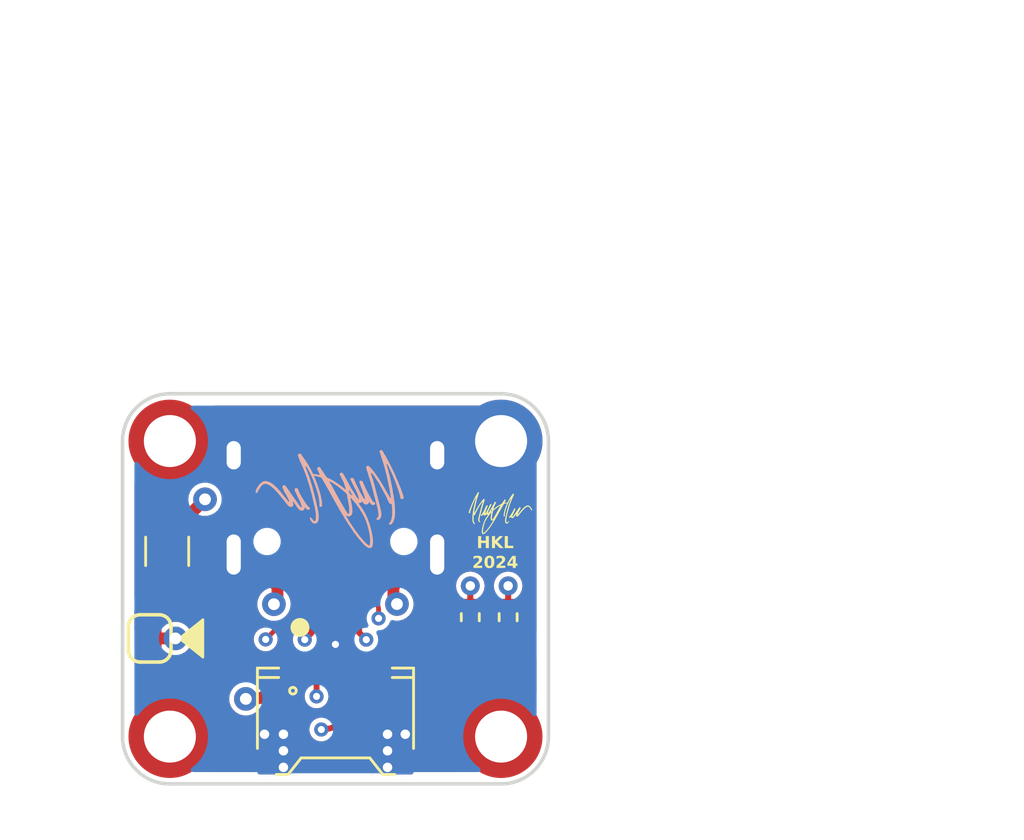
<source format=kicad_pcb>
(kicad_pcb (version 20240108) (generator "pcbnew") (generator_version "8.0")
  (title_block (title "Unified Daughterboard") (date "2022-10-31") (rev "C4-RC1") (company "Designed by the UDB team"))
  (layers (0 "F.Cu" signal) (1 "In1.Cu" signal) (2 "In2.Cu" signal) (31 "B.Cu" signal) (34 "B.Paste" user) (35 "F.Paste" user) (36 "B.SilkS" user "B.Silkscreen") (37 "F.SilkS" user "F.Silkscreen") (38 "B.Mask" user) (39 "F.Mask" user) (44 "Edge.Cuts" user))
  (net 0 "")
  (net 1 "GND")
  (net 2 "Net-(J1-CC1)")
  (net 4 "Net-(J1-CC2)")
  (net 5 "DP")
  (net 7 "DN")
  (net 8 "VBUS")
  (net 9 "VCOM")
  (footprint "Fuse:Fuse_1206_3216Metric" (layer "F.Cu") (at 67.8905 63.207 -90)
    (property "Reference" "F1" (hide yes))
    (property "Value" "ASMD1206-150")
    (pad "1" smd roundrect (at -1.4 0 270) (size 1.25 1.75) (layers "F.Cu" "F.Paste" "F.Mask") (roundrect_rratio 0.2) (net 8 "VBUS"))
    (pad "2" smd roundrect (at 1.4 0 270) (size 1.25 1.75) (layers "F.Cu" "F.Paste" "F.Mask") (roundrect_rratio 0.2) (net 9 "VCOM"))
  )
  (footprint "random-keyboard-parts:Generic-Mounthole" (layer "F.Cu") (at 68.0045 71.043)
    (property "Reference" "MH3" (hide yes))
    (property "Value" "Mount-M2" (hide yes))
    (pad "" np_thru_hole circle (at 0 0) (size 3.500001 3.500001) (drill 2.2) (layers "F.Cu" "F.Mask") (clearance 0.508))
  )
  (footprint "Resistor_SMD:R_0402_1005Metric" (layer "F.Cu") (at 82.3025 65.993 -90)
    (property "Reference" "R2" (hide yes))
    (property "Value" "5.1k")
    (pad "1" smd roundrect (at -0.51 0 270) (size 0.54 0.64) (layers "F.Cu" "F.Paste" "F.Mask") (net 4 "Net-(J1-CC2)"))
    (pad "2" smd roundrect (at 0.51 0 270) (size 0.54 0.64) (layers "F.Cu" "F.Paste" "F.Mask") (net 1 "GND"))
  )
  (footprint "random-keyboard-parts:Generic-Mounthole" (layer "F.Cu") (at 68.0045 58.543)
    (property "Reference" "MH1")
    (property "Value" "Mount-M2" (hide yes))
    (pad "" np_thru_hole circle (at 0 0) (size 3.500001 3.500001) (drill 2.2) (layers "F.Cu" "F.Mask") (clearance 0.508))
  )
  (footprint "Resistor_SMD:R_0402_1005Metric" (layer "F.Cu") (at 80.7025 65.993 -90)
    (property "Reference" "R1" (hide yes))
    (property "Value" "5.1k")
    (pad "1" smd roundrect (at -0.51 0 270) (size 0.54 0.64) (layers "F.Cu" "F.Paste" "F.Mask") (net 2 "Net-(J1-CC1)"))
    (pad "2" smd roundrect (at 0.51 0 270) (size 0.54 0.64) (layers "F.Cu" "F.Paste" "F.Mask") (net 1 "GND"))
  )
  (footprint "random-keyboard-parts:Generic-Mounthole" (layer "F.Cu") (at 82.0045 58.543)
    (property "Reference" "MH2" (hide yes))
    (property "Value" "Mount-M2" (hide yes))
    (pad "1" thru_hole circle (at 0 0) (size 3.500001 3.500001) (drill 2.2) (layers "*.Cu" "*.Mask") (net 1 "GND"))
  )
  (footprint "locallib:PicoEZMate-Reinforced-Alt" (layer "F.Cu") (at 75.0045 70.143)
    (property "Reference" "J2")
    (property "Value" "X1224WRS-04-LPV01")
    (pad "1" smd roundrect (at -1.8 -1.95) (size 1 1.3) (layers "F.Cu") (roundrect_rratio 0.166667) (net 9 "VCOM"))
    (pad "2" smd roundrect (at -0.6 -1.95) (size 1 1.3) (layers "F.Cu") (roundrect_rratio 0.166667) (net 7 "DN"))
    (pad "3" smd roundrect (at 0.6 -1.95) (size 1 1.3) (layers "F.Cu") (roundrect_rratio 0.166667) (net 5 "DP"))
    (pad "4" smd roundrect (at 1.8 -1.95) (size 1 1.3) (layers "F.Cu") (roundrect_rratio 0.166667) (net 1 "GND"))
    (pad "MP" thru_hole circle (at -3 0.8) (size 0.6 0.6) (drill 0.4) (layers "*.Cu") (net 1 "GND"))
    (pad "MP" smd roundrect (at -2.575 1.5) (size 1.45 2) (layers "F.Cu") (roundrect_rratio 0.06896551724) (net 1 "GND"))
    (pad "MP" smd roundrect (at -2.575 1.5) (size 1.45 2) (layers "B.Cu") (roundrect_rratio 0.06896551724) (net 1 "GND"))
    (pad "MP" thru_hole circle (at -2.2 0.8) (size 0.6 0.6) (drill 0.4) (layers "*.Cu") (net 1 "GND"))
    (pad "MP" thru_hole circle (at -2.2 1.5) (size 0.6 0.6) (drill 0.4) (layers "*.Cu") (net 1 "GND"))
    (pad "MP" thru_hole circle (at -2.2 2.2) (size 0.6 0.6) (drill 0.4) (layers "*.Cu") (net 1 "GND"))
    (pad "MP" thru_hole circle (at 2.2 0.8) (size 0.6 0.6) (drill 0.4) (layers "*.Cu") (net 1 "GND"))
    (pad "MP" thru_hole circle (at 2.2 1.5) (size 0.6 0.6) (drill 0.4) (layers "*.Cu") (net 1 "GND"))
    (pad "MP" thru_hole circle (at 2.2 2.2) (size 0.6 0.6) (drill 0.4) (layers "*.Cu") (net 1 "GND"))
    (pad "MP" smd roundrect (at 2.575 1.5) (size 1.45 2) (layers "F.Cu") (roundrect_rratio 0.06896551724) (net 1 "GND"))
    (pad "MP" smd roundrect (at 2.575 1.5) (size 1.45 2) (layers "B.Cu") (roundrect_rratio 0.06896551724) (net 1 "GND"))
    (pad "MP" thru_hole circle (at 2.95 0.8) (size 0.6 0.6) (drill 0.4) (layers "*.Cu") (net 1 "GND"))
  )
  (footprint "acheron_Connectors:TYPE-C-31-M-12" (layer "F.Cu") (at 75.0025 64.843 180)
    (property "Reference" "J1" (hide yes))
    (property "Value" "TYPE-C-31-M12_13")
    (pad "" np_thru_hole circle (at -2.89 2.051 180) (size 0.65 0.65) (drill 0.65) (layers "*.Cu" "*.Mask"))
    (pad "" np_thru_hole circle (at 2.89 2.051 180) (size 0.65 0.65) (drill 0.65) (layers "*.Cu" "*.Mask"))
    (pad "A1" smd roundrect (at -3.25 1.275 180) (size 0.6 1.45) (drill (offset 0 -0.55)) (layers "F.Cu" "F.Paste" "F.Mask") (net 1 "GND"))
    (pad "A4" smd roundrect (at -2.45 1.275 180) (size 0.6 1.45) (drill (offset 0 -0.55)) (layers "F.Cu" "F.Paste" "F.Mask") (net 8 "VBUS"))
    (pad "A5" smd roundrect (at -1.25 1.275 180) (size 0.3 1.45) (drill (offset 0 -0.55)) (layers "F.Cu" "F.Paste" "F.Mask") (net 2 "Net-(J1-CC1)"))
    (pad "A6" smd roundrect (at -0.254 1.275 180) (size 0.3 1.45) (drill (offset 0 -0.55)) (layers "F.Cu" "F.Paste" "F.Mask") (net 5 "DP"))
    (pad "A7" smd roundrect (at 0.25 1.275 180) (size 0.3 1.45) (drill (offset 0 -0.55)) (layers "F.Cu" "F.Paste" "F.Mask") (net 7 "DN"))
    (pad "A8" smd roundrect (at 1.25 1.275 180) (size 0.3 1.45) (drill (offset 0 -0.55)) (layers "F.Cu" "F.Paste" "F.Mask"))
    (pad "B1" smd roundrect (at 3.25 1.275 180) (size 0.6 1.45) (drill (offset 0 -0.55)) (layers "F.Cu" "F.Paste" "F.Mask") (net 1 "GND"))
    (pad "B4" smd roundrect (at 2.45 1.275 180) (size 0.6 1.45) (drill (offset 0 -0.55)) (layers "F.Cu" "F.Paste" "F.Mask") (net 8 "VBUS"))
    (pad "B5" smd roundrect (at 1.75 1.275 180) (size 0.3 1.45) (drill (offset 0 -0.55)) (layers "F.Cu" "F.Paste" "F.Mask") (net 4 "Net-(J1-CC2)"))
    (pad "B6" smd roundrect (at 0.75 1.275 180) (size 0.3 1.45) (drill (offset 0 -0.55)) (layers "F.Cu" "F.Paste" "F.Mask") (net 5 "DP"))
    (pad "B7" smd roundrect (at -0.75 1.275 180) (size 0.3 1.45) (drill (offset 0 -0.55)) (layers "F.Cu" "F.Paste" "F.Mask") (net 7 "DN"))
    (pad "B8" smd roundrect (at -1.75 1.275 180) (size 0.3 1.45) (drill (offset 0 -0.55)) (layers "F.Cu" "F.Paste" "F.Mask"))
    (pad "S" thru_hole oval (at -4.3 1.5 180) (size 1.1 2.2) (drill oval 0.6 1.7) (layers "*.Cu" "*.Mask") (net 1 "GND"))
    (pad "S" thru_hole oval (at -4.3 5.7 180) (size 1.3 1.9) (drill oval 0.6 1.2) (layers "*.Cu" "*.Mask") (net 1 "GND"))
    (pad "S" thru_hole oval (at 4.3 1.5 180) (size 1.1 2.2) (drill oval 0.6 1.7) (layers "*.Cu" "*.Mask") (net 1 "GND"))
    (pad "S" thru_hole oval (at 4.3 5.7 180) (size 1.3 1.9) (drill oval 0.6 1.2) (layers "*.Cu" "*.Mask") (net 1 "GND"))
  )
  (footprint "LOGO" (layer "F.Cu") (at 81.976706 61.595226)
    (property "Reference" "G***" (hide yes))
    (property "Value" "LOGO" (hide yes))
  )
  (footprint "acheron_Components:USON-10_2.5x1.0mm_P0.5mm" (layer "F.Cu") (at 75.0025 66.0264 90)
    (property "Reference" "U1" (hide yes))
    (property "Value" "TPD4E05U06DQAR")
    (pad "1" smd roundrect (at -0.385 -1) (size 0.25 0.55) (layers "F.Cu" "F.Paste" "F.Mask") (roundrect_rratio 0.5) (net 5 "DP"))
    (pad "2" smd rect (at -0.385 -0.5) (size 0.25 0.55) (layers "F.Cu" "F.Paste" "F.Mask") (net 7 "DN"))
    (pad "3" smd rect (at -0.385 0) (size 0.3 0.55) (layers "F.Cu" "F.Paste" "F.Mask") (net 1 "GND"))
    (pad "4" smd rect (at -0.385 0.5) (size 0.25 0.55) (layers "F.Cu" "F.Paste" "F.Mask") (net 5 "DP"))
    (pad "5" smd rect (at -0.385 1) (size 0.25 0.55) (layers "F.Cu" "F.Paste" "F.Mask") (net 7 "DN"))
    (pad "6" smd rect (at 0.385 1) (size 0.25 0.55) (layers "F.Cu" "F.Paste" "F.Mask") (net 7 "DN"))
    (pad "7" smd rect (at 0.385 0.5) (size 0.25 0.55) (layers "F.Cu" "F.Paste" "F.Mask") (net 5 "DP"))
    (pad "8" smd rect (at 0.385 0) (size 0.3 0.55) (layers "F.Cu" "F.Paste" "F.Mask") (net 1 "GND"))
    (pad "9" smd rect (at 0.385 -0.5) (size 0.25 0.55) (layers "F.Cu" "F.Paste" "F.Mask") (net 7 "DN"))
    (pad "10" smd rect (at 0.385 -1) (size 0.25 0.55) (layers "F.Cu" "F.Paste" "F.Mask") (net 5 "DP"))
  )
  (footprint "random-keyboard-parts:Generic-Mounthole" (layer "F.Cu") (at 82.0045 71.043)
    (property "Reference" "MH4" (hide yes))
    (property "Value" "Mount-M2" (hide yes))
    (pad "" np_thru_hole circle (at 0 0) (size 3.500001 3.500001) (drill 2.2) (layers "F.Cu" "F.Mask") (clearance 0.5))
  )
  (footprint "acheron_Components:D_SOD-123" (layer "F.Cu") (at 68.8045 66.89)
    (property "Reference" "D1" (hide yes))
    (property "Value" "SMF6.0A")
    (pad "1" smd roundrect (at -1.65 0) (size 1 1.2) (layers "F.Cu" "F.Paste" "F.Mask") (net 9 "VCOM"))
    (pad "2" smd roundrect (at 1.65 0) (size 1 1.2) (layers "F.Cu" "F.Paste" "F.Mask") (net 1 "GND"))
  )
  (footprint "LOGO" (layer "B.Cu") (at 74.752297 61.000794 180)
    (property "Reference" "G***" (hide yes))
    (property "Value" "LOGO" (hide yes))
  )
  (gr_arc (start 82.0045 56.543) (mid 83.418714 57.128786) (end 84.0045 58.543) (stroke (width 0.15)) (layer "Edge.Cuts"))
  (gr_line (start 66.0045 71.043) (end 66.0045 58.543) (stroke (width 0.15)) (layer "Edge.Cuts"))
  (gr_line (start 82.0045 73.043) (end 68.0045 73.043) (stroke (width 0.15)) (layer "Edge.Cuts"))
  (gr_arc (start 84.0045 71.043) (mid 83.418714 72.457214) (end 82.0045 73.043) (stroke (width 0.15)) (layer "Edge.Cuts"))
  (gr_line (start 68.0045 56.543) (end 82.0045 56.543) (stroke (width 0.15)) (layer "Edge.Cuts"))
  (gr_arc (start 68.0045 73.043) (mid 66.590286 72.457214) (end 66.0045 71.043) (stroke (width 0.15)) (layer "Edge.Cuts"))
  (gr_line (start 84.0045 58.543) (end 84.0045 71.043) (stroke (width 0.15)) (layer "Edge.Cuts"))
  (gr_arc (start 66.0045 58.543) (mid 66.590286 57.128786) (end 68.0045 56.543) (stroke (width 0.15)) (layer "Edge.Cuts"))
  (gr_text "HKL\n2024" (at 81.754596 63.28326 0) (layer "F.SilkS") (effects (font (size 0.5 0.5) (thickness 0.125))))
  (segment (start 75.0025 65.6414) (end 75.0025 67.141) (width 0.3) (layer "F.Cu") (net 1))
  (segment (start 75.0025 67.141) (end 75.0045 67.143) (width 0.3) (layer "F.Cu") (net 1))
  (segment (start 82.0045 58.543) (end 81.4045 59.143) (width 1) (layer "F.Cu") (net 1))
  (via (at 75.0025 67.143) (size 0.6) (drill 0.3) (layers "F.Cu" "B.Cu") (net 1))
  (segment (start 76.5545 72.343) (end 72.8045 72.343) (width 0.5) (layer "B.Cu") (net 1))
  (segment (start 76.5545 72.343) (end 77.2045 72.343) (width 0.5) (layer "B.Cu") (net 1))
  (segment (start 76.2525 64.683893) (end 76.2525 63.568) (width 0.2) (layer "F.Cu") (net 2))
  (segment (start 76.825978 66.043018) (end 76.825978 65.671585) (width 0.2) (layer "F.Cu") (net 2))
  (segment (start 76.679531 65.318031) (end 76.398946 65.037446) (width 0.2) (layer "F.Cu") (net 2))
  (segment (start 80.7025 65.483) (end 80.7025 64.668) (width 0.254) (layer "F.Cu") (net 2))
  (via (at 80.7025 64.668) (size 0.8) (drill 0.4) (layers "F.Cu" "B.Cu") (net 2))
  (via (at 76.825978 66.043018) (size 0.6) (drill 0.3) (layers "F.Cu" "B.Cu") (net 2))
  (arc (start 76.679531 65.318031) (mid 76.787918 65.480243) (end 76.825978 65.671585) (width 0.2) (layer "F.Cu") (net 2))
  (arc (start 76.398946 65.037446) (mid 76.29056 64.875234) (end 76.2525 64.683893) (width 0.2) (layer "F.Cu") (net 2))
  (segment (start 73.2525 63.568) (end 73.2525 65.318786) (width 0.2) (layer "F.Cu") (net 4))
  (segment (start 72.959607 66.025893) (end 72.0525 66.933) (width 0.2) (layer "F.Cu") (net 4))
  (segment (start 82.3025 65.483) (end 82.3025 64.668) (width 0.254) (layer "F.Cu") (net 4))
  (via (at 72.0525 66.933) (size 0.6) (drill 0.3) (layers "F.Cu" "B.Cu") (net 4))
  (via (at 82.3025 64.668) (size 0.8) (drill 0.4) (layers "F.Cu" "B.Cu") (net 4))
  (arc (start 72.959607 66.025893) (mid 73.17638 65.70147) (end 73.2525 65.318786) (width 0.2) (layer "F.Cu") (net 4))
  (segment (start 73.7045 66.943) (end 74.0025 66.645) (width 0.25) (layer "F.Cu") (net 5))
  (segment (start 75.5025 65.2525) (end 75.5025 65.6414) (width 0.25) (layer "F.Cu") (net 5))
  (segment (start 75.6045 68.243) (end 75.6045 66.5134) (width 0.25) (layer "F.Cu") (net 5))
  (segment (start 74.0025 65.0975) (end 74.2525 64.8475) (width 0.25) (layer "F.Cu") (net 5))
  (segment (start 75.8045 68.343) (end 75.6045 68.143) (width 0.25) (layer "F.Cu") (net 5))
  (segment (start 75.8045 69.343) (end 75.8045 68.343) (width 0.25) (layer "F.Cu") (net 5))
  (segment (start 74.2525 64.8475) (end 74.2525 63.468) (width 0.25) (layer "F.Cu") (net 5))
  (segment (start 75.2565 63.568) (end 75.2565 65.0065) (width 0.25) (layer "F.Cu") (net 5))
  (segment (start 75.2565 65.0065) (end 75.5025 65.2525) (width 0.25) (layer "F.Cu") (net 5))
  (segment (start 75.5025 65.6414) (end 75.5025 66.4114) (width 0.25) (layer "F.Cu") (net 5))
  (segment (start 74.0025 66.645) (end 74.0025 65.0975) (width 0.25) (layer "F.Cu") (net 5))
  (segment (start 75.6045 66.5134) (end 75.5025 66.4114) (width 0.25) (layer "F.Cu") (net 5))
  (via (at 74.4045 70.743) (size 0.6) (drill 0.3) (layers "F.Cu" "B.Cu") (net 5))
  (via (at 73.7045 66.943) (size 0.6) (drill 0.3) (layers "F.Cu" "B.Cu") (net 5))
  (arc (start 74.4045 70.743) (mid 75.394449 70.332949) (end 75.8045 69.343) (width 0.25) (layer "F.Cu") (net 5))
  (segment (start 76.0025 65.1025) (end 76.0025 66.641) (width 0.25) (layer "F.Cu") (net 7))
  (segment (start 74.4045 66.5094) (end 74.5025 66.4114) (width 0.25) (layer "F.Cu") (net 7))
  (segment (start 75.7525 63.473) (end 75.7525 64.8525) (width 0.25) (layer "F.Cu") (net 7))
  (segment (start 74.5025 65.6414) (end 74.5025 66.4114) (width 0.25) (layer "F.Cu") (net 7))
  (segment (start 74.2045 69.343) (end 74.2045 68.343) (width 0.25) (layer "F.Cu") (net 7))
  (segment (start 74.4045 68.193) (end 74.4045 66.5094) (width 0.25) (layer "F.Cu") (net 7))
  (segment (start 75.7525 64.8525) (end 76.0025 65.1025) (width 0.25) (layer "F.Cu") (net 7))
  (segment (start 74.2045 68.343) (end 74.4045 68.143) (width 0.25) (layer "F.Cu") (net 7))
  (segment (start 74.5025 65.2475) (end 74.5025 65.6414) (width 0.25) (layer "F.Cu") (net 7))
  (segment (start 76.0025 66.641) (end 76.3045 66.943) (width 0.25) (layer "F.Cu") (net 7))
  (segment (start 74.7525 64.9975) (end 74.5025 65.2475) (width 0.25) (layer "F.Cu") (net 7))
  (segment (start 74.7525 63.568) (end 74.7525 64.9975) (width 0.25) (layer "F.Cu") (net 7))
  (via (at 74.2045 69.343) (size 0.6) (drill 0.3) (layers "F.Cu" "B.Cu") (net 7))
  (via (at 76.3045 66.943) (size 0.6) (drill 0.3) (layers "F.Cu" "B.Cu") (net 7))
  (segment (start 72.5525 63.568) (end 72.5525 65.293) (width 0.5) (layer "F.Cu") (net 8))
  (segment (start 77.4525 63.568) (end 77.4525 65.2873) (width 0.5) (layer "F.Cu") (net 8))
  (segment (start 67.8905 61.807) (end 68.6905 61.807) (width 0.5) (layer "F.Cu") (net 8))
  (segment (start 72.5525 65.293) (end 72.4025 65.443) (width 0.5) (layer "F.Cu") (net 8))
  (segment (start 68.6905 61.807) (end 69.4905 61.007) (width 0.5) (layer "F.Cu") (net 8))
  (segment (start 77.4525 65.2873) (end 77.6025 65.4373) (width 0.5) (layer "F.Cu") (net 8))
  (via (at 77.6025 65.4373) (size 1) (drill 0.5) (layers "F.Cu" "B.Cu") (net 8))
  (via (at 72.4025 65.443) (size 1) (drill 0.5) (layers "F.Cu" "B.Cu") (net 8))
  (via (at 69.4905 61.007) (size 1) (drill 0.5) (layers "F.Cu" "B.Cu") (net 8))
  (segment (start 66.7545 65.743) (end 66.7545 66.49) (width 0.5) (layer "F.Cu") (net 9))
  (segment (start 72.242393 69.155107) (end 73.2045 68.193) (width 0.5) (layer "F.Cu") (net 9))
  (segment (start 67.8905 64.607) (end 66.7545 65.743) (width 0.5) (layer "F.Cu") (net 9))
  (segment (start 66.7545 66.49) (end 67.1545 66.89) (width 0.5) (layer "F.Cu") (net 9))
  (segment (start 67.1545 66.89) (end 68.2405 66.89) (width 0.5) (layer "F.Cu") (net 9))
  (segment (start 71.2145 69.448) (end 71.535286 69.448) (width 0.5) (layer "F.Cu") (net 9))
  (via (at 71.2145 69.448) (size 1) (drill 0.5) (layers "F.Cu" "B.Cu") (net 9))
  (via (at 68.2405 66.89) (size 1) (drill 0.5) (layers "F.Cu" "B.Cu") (net 9))
  (arc (start 72.242393 69.155107) (mid 71.91797 69.37188) (end 71.535286 69.448) (width 0.5) (layer "F.Cu") (net 9))
  (zone (net 1) (net_name "GND") (layer "F.Cu") (connect_pads yes (clearance 0.2)) (min_thickness 0.2) (fill yes (thermal_gap 0.508) (thermal_bridge_width 0.508))
    (polygon (pts (xy 85.0045 73.448) (xy 65.0045 73.448) (xy 65.0045 68.743) (xy 76.5045 68.743) (xy 77.3045 67.643) (xy 85.0045 67.643)))
  )
  (zone (net 1) (net_name "GND") (layer "F.Cu") (connect_pads yes (clearance 0.2)) (min_thickness 0.2) (fill yes (thermal_gap 0.508) (thermal_bridge_width 0.508))
    (polygon (pts (xy 85.4145 66.643) (xy 81.513051 66.643) (xy 77.0045 66.643) (xy 76.0045 67.743) (xy 63.8245 67.743) (xy 63.8245 55.348) (xy 85.4145 55.348)))
  )
  (zone (net 0) (net_name "") (layers "F.Cu" "F.Fab") (connect_pads yes (clearance 0)) (min_thickness 0.2)
    (keepout (tracks allowed) (vias allowed) (pads allowed) (copperpour not_allowed) (footprints allowed))
    (fill (thermal_gap 0.508) (thermal_bridge_width 0.508))
    (polygon (pts (xy 80.0025 63.443) (xy 70.0025 63.443) (xy 70.0025 58.043) (xy 80.0025 58.043)))
  )
  (zone (net 1) (net_name "GND") (layer "B.Cu") (connect_pads yes (clearance 0.2)) (min_thickness 0.2) (fill yes (thermal_gap 0.508) (thermal_bridge_width 0.508))
    (polygon (pts (xy 88.4145 75.448) (xy 60.8245 75.448) (xy 60.8245 52.348) (xy 88.4145 52.348)))
  )
)
</source>
